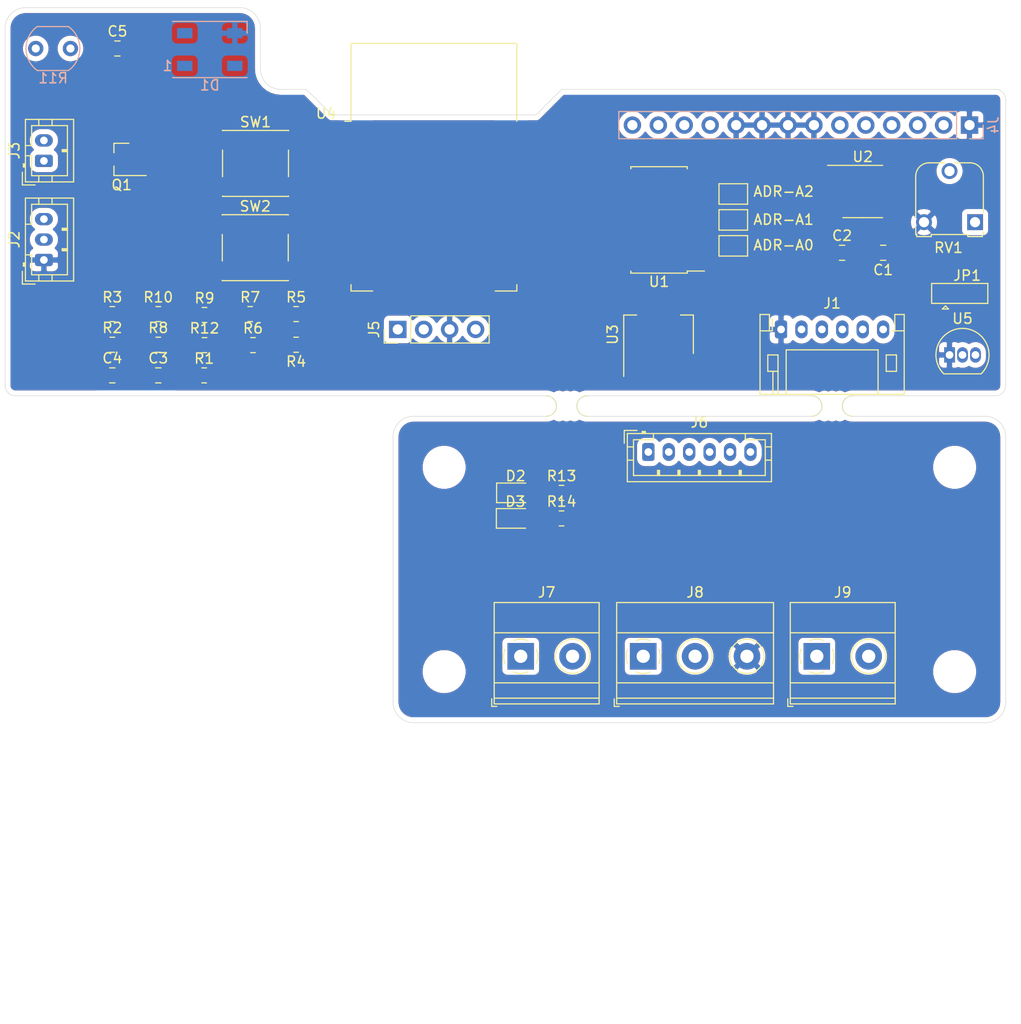
<source format=kicad_pcb>
(kicad_pcb (version 20171130) (host pcbnew "(5.1.9)-1")
  (layers (0 F.Cu signal) (31 B.Cu signal) (34 B.Paste user) (35 F.Paste user) (36 B.SilkS user) (37 F.SilkS user) (38 B.Mask user) (39 F.Mask user) (44 Edge.Cuts user))
  (net 0 "")
  (net 1 "Net-(C1-Pad2)")
  (net 2 "Net-(C2-Pad2)")
  (net 3 GND)
  (net 4 +5V)
  (net 5 +3V3)
  (net 6 SDA)
  (net 7 SCL)
  (net 8 "Net-(C2-Pad1)")
  (net 9 LCD_CONTRAST)
  (net 10 LCD_RS)
  (net 11 LCD_RW)
  (net 12 LCD_E)
  (net 13 LCD_DB4)
  (net 14 LCD_DB5)
  (net 15 LCD_DB6)
  (net 16 LCD_DB7)
  (net 17 LCD_LED)
  (net 18 PCF_A2)
  (net 19 PCF_A1)
  (net 20 PCF_A0)
  (net 21 TOUCH_IO)
  (net 22 ONEWIRE_BUS)
  (net 23 "Net-(J3-Pad2)")
  (net 24 WS2812B)
  (net 25 "Net-(D2-Pad2)")
  (net 26 "Net-(D3-Pad2)")
  (net 27 WATER_LEVEL)
  (net 28 ONEWIRE_PWR)
  (net 29 ESP_RX)
  (net 30 ESP_TX)
  (net 31 "Net-(J6-Pad6)")
  (net 32 "Net-(J6-Pad5)")
  (net 33 "Net-(J6-Pad4)")
  (net 34 "Net-(J6-Pad3)")
  (net 35 "Net-(J6-Pad2)")
  (net 36 "Net-(J6-Pad1)")
  (net 37 "Net-(R5-Pad1)")
  (net 38 "Net-(R6-Pad1)")
  (net 39 "Net-(R7-Pad1)")
  (net 40 "Net-(R8-Pad2)")
  (net 41 "Net-(R10-Pad1)")
  (net 42 LDR)
  (module Connector_JST:JST_PH_B6B-PH-K_1x06_P2.00mm_Vertical (layer F.Cu) (at 177.76 121)
    (fp_text reference J6 (at 5 -2.9) (layer F.SilkS))
    (fp_text value Conn_01x06_Male)
    (pad 6 thru_hole oval (at 10 0) (size 1.2 1.75) (drill 0.75) (layers *.Cu *.Mask) (net 31 "Net-(J6-Pad6)"))
    (pad 5 thru_hole oval (at 8 0) (size 1.2 1.75) (drill 0.75) (layers *.Cu *.Mask) (net 32 "Net-(J6-Pad5)"))
    (pad 4 thru_hole oval (at 6 0) (size 1.2 1.75) (drill 0.75) (layers *.Cu *.Mask) (net 33 "Net-(J6-Pad4)"))
    (pad 3 thru_hole oval (at 4 0) (size 1.2 1.75) (drill 0.75) (layers *.Cu *.Mask) (net 34 "Net-(J6-Pad3)"))
    (pad 2 thru_hole oval (at 2 0) (size 1.2 1.75) (drill 0.75) (layers *.Cu *.Mask) (net 35 "Net-(J6-Pad2)"))
    (pad 1 thru_hole roundrect (at 0 0) (size 1.2 1.75) (drill 0.75) (layers *.Cu *.Mask) (roundrect_rratio 0.208333) (net 36 "Net-(J6-Pad1)"))
  )
  (module TerminalBlock_Phoenix:TerminalBlock_Phoenix_MKDS-1,5-2-5.08_1x02_P5.08mm_Horizontal (layer F.Cu) (at 165.26 141)
    (fp_text reference J7 (at 2.54 -6.26) (layer F.SilkS))
    (fp_text value Conn_01x02_Female)
    (pad 2 thru_hole circle (at 5.08 0) (size 2.6 2.6) (drill 1.3) (layers *.Cu *.Mask) (net 35 "Net-(J6-Pad2)"))
    (pad 1 thru_hole rect (at 0 0) (size 2.6 2.6) (drill 1.3) (layers *.Cu *.Mask) (net 36 "Net-(J6-Pad1)"))
  )
  (module Button_Switch_SMD:SW_Push_1P1T_NO_6x6mm_H9.5mm (layer F.Cu) (at 139.26 101)
    (fp_text reference SW2 (at 0 -4.05) (layer F.SilkS))
    (fp_text value FLASH)
    (pad 2 smd rect (at 3.975 2.25) (size 1.55 1.3) (layers F.Cu F.Paste F.Mask) (net 39 "Net-(R7-Pad1)"))
    (pad 1 smd rect (at 3.975 -2.25) (size 1.55 1.3) (layers F.Cu F.Paste F.Mask) (net 3 GND))
    (pad 1 smd rect (at -3.975 -2.25) (size 1.55 1.3) (layers F.Cu F.Paste F.Mask) (net 3 GND))
    (pad 2 smd rect (at -3.975 2.25) (size 1.55 1.3) (layers F.Cu F.Paste F.Mask) (net 39 "Net-(R7-Pad1)"))
  )
  (module Button_Switch_SMD:SW_Push_1P1T_NO_6x6mm_H9.5mm (layer F.Cu) (at 139.285 92.75)
    (fp_text reference SW1 (at 0 -4.05) (layer F.SilkS))
    (fp_text value RESET)
    (pad 2 smd rect (at 3.975 2.25) (size 1.55 1.3) (layers F.Cu F.Paste F.Mask) (net 37 "Net-(R5-Pad1)"))
    (pad 1 smd rect (at 3.975 -2.25) (size 1.55 1.3) (layers F.Cu F.Paste F.Mask) (net 3 GND))
    (pad 1 smd rect (at -3.975 -2.25) (size 1.55 1.3) (layers F.Cu F.Paste F.Mask) (net 3 GND))
    (pad 2 smd rect (at -3.975 2.25) (size 1.55 1.3) (layers F.Cu F.Paste F.Mask) (net 37 "Net-(R5-Pad1)"))
  )
  (module Resistor_SMD:R_0805_2012Metric_Pad1.20x1.40mm_HandSolder (layer F.Cu) (at 169.26 127.5)
    (fp_text reference R14 (at 0 -1.65) (layer F.SilkS))
    (fp_text value R)
    (pad 2 smd roundrect (at 1 0) (size 1.2 1.4) (layers F.Cu F.Paste F.Mask) (roundrect_rratio 0.208333) (net 26 "Net-(D3-Pad2)"))
    (pad 1 smd roundrect (at -1 0) (size 1.2 1.4) (layers F.Cu F.Paste F.Mask) (roundrect_rratio 0.208333) (net 34 "Net-(J6-Pad3)"))
  )
  (module Resistor_SMD:R_0805_2012Metric_Pad1.20x1.40mm_HandSolder (layer F.Cu) (at 169.26 125)
    (fp_text reference R13 (at 0 -1.65) (layer F.SilkS))
    (fp_text value R)
    (pad 2 smd roundrect (at 1 0) (size 1.2 1.4) (layers F.Cu F.Paste F.Mask) (roundrect_rratio 0.208333) (net 25 "Net-(D2-Pad2)"))
    (pad 1 smd roundrect (at -1 0) (size 1.2 1.4) (layers F.Cu F.Paste F.Mask) (roundrect_rratio 0.208333) (net 35 "Net-(J6-Pad2)"))
  )
  (module Resistor_SMD:R_0805_2012Metric_Pad1.20x1.40mm_HandSolder (layer F.Cu) (at 134.29 110.54)
    (fp_text reference R12 (at 0 -1.65) (layer F.SilkS))
    (fp_text value R)
    (pad 2 smd roundrect (at 1 0) (size 1.2 1.4) (layers F.Cu F.Paste F.Mask) (roundrect_rratio 0.208333) (net 3 GND))
    (pad 1 smd roundrect (at -1 0) (size 1.2 1.4) (layers F.Cu F.Paste F.Mask) (roundrect_rratio 0.208333) (net 42 LDR))
  )
  (module OptoDevice:R_LDR_5.1x4.3mm_P3.4mm_Vertical (layer B.Cu) (at 117.76 81.5)
    (fp_text reference R11 (at 1.7 2.9) (layer B.SilkS) (effects (justify mirror)))
    (fp_text value R_PHOTO)
    (pad 2 thru_hole circle (at 3.4 0) (size 1.5 1.5) (drill 0.8) (layers *.Cu *.Mask) (net 42 LDR))
    (pad 1 thru_hole circle (at 0 0) (size 1.5 1.5) (drill 0.8) (layers *.Cu *.Mask) (net 5 +3V3))
  )
  (module Resistor_SMD:R_0805_2012Metric_Pad1.20x1.40mm_HandSolder (layer F.Cu) (at 129.76 107.5)
    (fp_text reference R10 (at 0 -1.65) (layer F.SilkS))
    (fp_text value 10k)
    (pad 2 smd roundrect (at 1 0) (size 1.2 1.4) (layers F.Cu F.Paste F.Mask) (roundrect_rratio 0.208333) (net 5 +3V3))
    (pad 1 smd roundrect (at -1 0) (size 1.2 1.4) (layers F.Cu F.Paste F.Mask) (roundrect_rratio 0.208333) (net 41 "Net-(R10-Pad1)"))
  )
  (module Resistor_SMD:R_0805_2012Metric_Pad1.20x1.40mm_HandSolder (layer F.Cu) (at 134.29 107.59)
    (fp_text reference R9 (at 0 -1.65) (layer F.SilkS))
    (fp_text value 4,7k)
    (pad 2 smd roundrect (at 1 0) (size 1.2 1.4) (layers F.Cu F.Paste F.Mask) (roundrect_rratio 0.208333) (net 3 GND))
    (pad 1 smd roundrect (at -1 0) (size 1.2 1.4) (layers F.Cu F.Paste F.Mask) (roundrect_rratio 0.208333) (net 27 WATER_LEVEL))
  )
  (module Resistor_SMD:R_0805_2012Metric_Pad1.20x1.40mm_HandSolder (layer F.Cu) (at 129.76 110.5)
    (fp_text reference R8 (at 0 -1.65) (layer F.SilkS))
    (fp_text value 10k)
    (pad 2 smd roundrect (at 1 0) (size 1.2 1.4) (layers F.Cu F.Paste F.Mask) (roundrect_rratio 0.208333) (net 40 "Net-(R8-Pad2)"))
    (pad 1 smd roundrect (at -1 0) (size 1.2 1.4) (layers F.Cu F.Paste F.Mask) (roundrect_rratio 0.208333) (net 3 GND))
  )
  (module Resistor_SMD:R_0805_2012Metric_Pad1.20x1.40mm_HandSolder (layer F.Cu) (at 138.76 107.5)
    (fp_text reference R7 (at 0 -1.65) (layer F.SilkS))
    (fp_text value 10k)
    (pad 2 smd roundrect (at 1 0) (size 1.2 1.4) (layers F.Cu F.Paste F.Mask) (roundrect_rratio 0.208333) (net 5 +3V3))
    (pad 1 smd roundrect (at -1 0) (size 1.2 1.4) (layers F.Cu F.Paste F.Mask) (roundrect_rratio 0.208333) (net 39 "Net-(R7-Pad1)"))
  )
  (module Resistor_SMD:R_0805_2012Metric_Pad1.20x1.40mm_HandSolder (layer F.Cu) (at 139.04 110.54)
    (fp_text reference R6 (at 0 -1.65) (layer F.SilkS))
    (fp_text value 10k)
    (pad 2 smd roundrect (at 1 0) (size 1.2 1.4) (layers F.Cu F.Paste F.Mask) (roundrect_rratio 0.208333) (net 5 +3V3))
    (pad 1 smd roundrect (at -1 0) (size 1.2 1.4) (layers F.Cu F.Paste F.Mask) (roundrect_rratio 0.208333) (net 38 "Net-(R6-Pad1)"))
  )
  (module Resistor_SMD:R_0805_2012Metric_Pad1.20x1.40mm_HandSolder (layer F.Cu) (at 143.26 107.5)
    (fp_text reference R5 (at 0 -1.65) (layer F.SilkS))
    (fp_text value 10k)
    (pad 2 smd roundrect (at 1 0) (size 1.2 1.4) (layers F.Cu F.Paste F.Mask) (roundrect_rratio 0.208333) (net 5 +3V3))
    (pad 1 smd roundrect (at -1 0) (size 1.2 1.4) (layers F.Cu F.Paste F.Mask) (roundrect_rratio 0.208333) (net 37 "Net-(R5-Pad1)"))
  )
  (module Resistor_SMD:R_0805_2012Metric_Pad1.20x1.40mm_HandSolder (layer F.Cu) (at 125.26 107.5)
    (fp_text reference R3 (at 0 -1.65) (layer F.SilkS))
    (fp_text value 4,7k)
    (pad 2 smd roundrect (at 1 0) (size 1.2 1.4) (layers F.Cu F.Paste F.Mask) (roundrect_rratio 0.208333) (net 17 LCD_LED))
    (pad 1 smd roundrect (at -1 0) (size 1.2 1.4) (layers F.Cu F.Paste F.Mask) (roundrect_rratio 0.208333) (net 4 +5V))
  )
  (module Resistor_SMD:R_0805_2012Metric_Pad1.20x1.40mm_HandSolder (layer F.Cu) (at 134.26 113.5)
    (fp_text reference R1 (at 0 -1.65) (layer F.SilkS))
    (fp_text value 4,7k)
    (pad 2 smd roundrect (at 1 0) (size 1.2 1.4) (layers F.Cu F.Paste F.Mask) (roundrect_rratio 0.208333) (net 6 SDA))
    (pad 1 smd roundrect (at -1 0) (size 1.2 1.4) (layers F.Cu F.Paste F.Mask) (roundrect_rratio 0.208333) (net 5 +3V3))
  )
  (module Jumper:SolderJumper-3_P2.0mm_Open_TrianglePad1.0x1.5mm (layer F.Cu) (at 208.26 105.5)
    (fp_text reference JP1 (at 0.725 -1.775) (layer F.SilkS))
    (fp_text value SolderJumper_3_Open)
    (pad 3 smd custom (at 2 0 180) (size 0.3 0.3) (layers F.Cu F.Mask) (net 5 +3V3) (options (clearance outline) (anchor rect)) (primitives (gr_poly (pts (xy -0.5 -0.75) (xy 0.5 -0.75) (xy 1 0) (xy 0.5 0.75) (xy -0.5 0.75)) (width 0))))
    (pad 2 smd custom (at 0 0) (size 0.3 0.3) (layers F.Cu) (net 28 ONEWIRE_PWR) (options (clearance outline) (anchor rect)) (primitives (gr_poly (pts (xy -1.2 -0.75) (xy 1.2 -0.75) (xy 0.7 0) (xy 1.2 0.75) (xy -1.2 0.75) (xy -0.7 0)) (width 0))))
    (pad 1 smd custom (at -2 0) (size 0.3 0.3) (layers F.Cu F.Mask) (net 4 +5V) (options (clearance outline) (anchor rect)) (primitives (gr_poly (pts (xy -0.5 -0.75) (xy 0.5 -0.75) (xy 1 0) (xy 0.5 0.75) (xy -0.5 0.75)) (width 0))))
  )
  (module TerminalBlock_Phoenix:TerminalBlock_Phoenix_MKDS-1,5-2-5.08_1x02_P5.08mm_Horizontal (layer F.Cu) (at 194.26 141)
    (fp_text reference J9 (at 2.54 -6.26) (layer F.SilkS))
    (fp_text value Conn_01x02_Female)
    (pad 2 thru_hole circle (at 5.08 0) (size 2.6 2.6) (drill 1.3) (layers *.Cu *.Mask) (net 31 "Net-(J6-Pad6)"))
    (pad 1 thru_hole rect (at 0 0) (size 2.6 2.6) (drill 1.3) (layers *.Cu *.Mask) (net 34 "Net-(J6-Pad3)"))
  )
  (module TerminalBlock_Phoenix:TerminalBlock_Phoenix_MKDS-1,5-3-5.08_1x03_P5.08mm_Horizontal (layer F.Cu) (at 177.26 141)
    (fp_text reference J8 (at 5.08 -6.26) (layer F.SilkS))
    (fp_text value Conn_01x03_Female)
    (pad 3 thru_hole circle (at 10.16 0) (size 2.6 2.6) (drill 1.3) (layers *.Cu *.Mask) (net 3 GND))
    (pad 2 thru_hole circle (at 5.08 0) (size 2.6 2.6) (drill 1.3) (layers *.Cu *.Mask) (net 32 "Net-(J6-Pad5)"))
    (pad 1 thru_hole rect (at 0 0) (size 2.6 2.6) (drill 1.3) (layers *.Cu *.Mask) (net 33 "Net-(J6-Pad4)"))
  )
  (module Connector_PinHeader_2.54mm:PinHeader_1x04_P2.54mm_Vertical (layer F.Cu) (at 153.22 109 90)
    (fp_text reference J5 (at 0 -2.33 90) (layer F.SilkS))
    (fp_text value Conn_01x04_Male)
    (pad 4 thru_hole oval (at 0 7.62 90) (size 1.7 1.7) (drill 1) (layers *.Cu *.Mask) (net 5 +3V3))
    (pad 3 thru_hole oval (at 0 5.08 90) (size 1.7 1.7) (drill 1) (layers *.Cu *.Mask) (net 3 GND))
    (pad 2 thru_hole oval (at 0 2.54 90) (size 1.7 1.7) (drill 1) (layers *.Cu *.Mask) (net 29 ESP_RX))
    (pad 1 thru_hole rect (at 0 0 90) (size 1.7 1.7) (drill 1) (layers *.Cu *.Mask) (net 30 ESP_TX))
  )
  (module LED_SMD:LED_0805_2012Metric_Pad1.15x1.40mm_HandSolder (layer F.Cu) (at 164.735 127.5)
    (fp_text reference D3 (at 0 -1.65) (layer F.SilkS))
    (fp_text value LED)
    (pad 2 smd roundrect (at 1.025 0) (size 1.15 1.4) (layers F.Cu F.Paste F.Mask) (roundrect_rratio 0.217391) (net 26 "Net-(D3-Pad2)"))
    (pad 1 smd roundrect (at -1.025 0) (size 1.15 1.4) (layers F.Cu F.Paste F.Mask) (roundrect_rratio 0.217391) (net 3 GND))
  )
  (module LED_SMD:LED_0805_2012Metric_Pad1.15x1.40mm_HandSolder (layer F.Cu) (at 164.76 125)
    (fp_text reference D2 (at 0 -1.65) (layer F.SilkS))
    (fp_text value LED)
    (pad 2 smd roundrect (at 1.025 0) (size 1.15 1.4) (layers F.Cu F.Paste F.Mask) (roundrect_rratio 0.217391) (net 25 "Net-(D2-Pad2)"))
    (pad 1 smd roundrect (at -1.025 0) (size 1.15 1.4) (layers F.Cu F.Paste F.Mask) (roundrect_rratio 0.217391) (net 3 GND))
  )
  (module LED_SMD:LED_WS2812B_PLCC4_5.0x5.0mm_P3.2mm (layer B.Cu) (at 134.81 81.6)
    (fp_text reference D1 (at 0 3.5) (layer B.SilkS) (effects (justify mirror)))
    (fp_text value WS2812B)
    (fp_text user 1 (at -4.15 1.6) (layer B.SilkS) (effects (justify mirror)))
    (pad 1 smd rect (at -2.45 1.6) (size 1.5 1) (layers B.Cu B.Paste B.Mask) (net 4 +5V))
    (pad 2 smd rect (at -2.45 -1.6) (size 1.5 1) (layers B.Cu B.Paste B.Mask))
    (pad 4 smd rect (at 2.45 1.6) (size 1.5 1) (layers B.Cu B.Paste B.Mask) (net 24 WS2812B))
    (pad 3 smd rect (at 2.45 -1.6) (size 1.5 1) (layers B.Cu B.Paste B.Mask) (net 3 GND))
  )
  (module Capacitor_SMD:C_0805_2012Metric_Pad1.18x1.45mm_HandSolder (layer F.Cu) (at 125.76 81.5)
    (fp_text reference C5 (at 0 -1.68) (layer F.SilkS))
    (fp_text value 100nF)
    (pad 2 smd roundrect (at 1.0375 0) (size 1.175 1.45) (layers F.Cu F.Paste F.Mask) (roundrect_rratio 0.212766) (net 3 GND))
    (pad 1 smd roundrect (at -1.0375 0) (size 1.175 1.45) (layers F.Cu F.Paste F.Mask) (roundrect_rratio 0.212766) (net 4 +5V))
  )
  (module Capacitor_SMD:C_0805_2012Metric_Pad1.18x1.45mm_HandSolder (layer F.Cu) (at 125.26 113.5)
    (fp_text reference C4 (at 0 -1.68) (layer F.SilkS))
    (fp_text value "10uF 50V")
    (pad 2 smd roundrect (at 1.0375 0) (size 1.175 1.45) (layers F.Cu F.Paste F.Mask) (roundrect_rratio 0.212766) (net 3 GND))
    (pad 1 smd roundrect (at -1.0375 0) (size 1.175 1.45) (layers F.Cu F.Paste F.Mask) (roundrect_rratio 0.212766) (net 5 +3V3))
  )
  (module Capacitor_SMD:C_0805_2012Metric_Pad1.18x1.45mm_HandSolder (layer F.Cu) (at 129.76 113.5)
    (fp_text reference C3 (at 0 -1.68) (layer F.SilkS))
    (fp_text value "10uF 50V")
    (pad 2 smd roundrect (at 1.0375 0) (size 1.175 1.45) (layers F.Cu F.Paste F.Mask) (roundrect_rratio 0.212766) (net 3 GND))
    (pad 1 smd roundrect (at -1.0375 0) (size 1.175 1.45) (layers F.Cu F.Paste F.Mask) (roundrect_rratio 0.212766) (net 4 +5V))
  )
  (module Capacitor_SMD:C_0805_2012Metric_Pad1.18x1.45mm_HandSolder (layer F.Cu) (at 196.735 101.5)
    (fp_text reference C2 (at 0 -1.68) (layer F.SilkS))
    (fp_text value "10uF 50V")
    (pad 2 smd roundrect (at 1.0375 0) (size 1.175 1.45) (layers F.Cu F.Paste F.Mask) (roundrect_rratio 0.212766) (net 2 "Net-(C2-Pad2)"))
    (pad 1 smd roundrect (at -1.0375 0) (size 1.175 1.45) (layers F.Cu F.Paste F.Mask) (roundrect_rratio 0.212766) (net 8 "Net-(C2-Pad1)"))
  )
  (module Capacitor_SMD:C_0805_2012Metric_Pad1.18x1.45mm_HandSolder (layer F.Cu) (at 200.76 101.5 180)
    (fp_text reference C1 (at 0 -1.68) (layer F.SilkS))
    (fp_text value "10uF 50V")
    (pad 2 smd roundrect (at 1.0375 0 180) (size 1.175 1.45) (layers F.Cu F.Paste F.Mask) (roundrect_rratio 0.212766) (net 1 "Net-(C1-Pad2)"))
    (pad 1 smd roundrect (at -1.0375 0 180) (size 1.175 1.45) (layers F.Cu F.Paste F.Mask) (roundrect_rratio 0.212766) (net 3 GND))
  )
  (module MountingHole:MountingHole_3.2mm_M3 (layer F.Cu) (at 157.76 122.5)
    (fp_text reference REF** hide)
    (fp_text value MountingHole_3.2mm_M3)
    (pad 1 np_thru_hole circle (at 0 0) (size 3.2 3.2) (drill 3.2) (layers *.Cu *.Mask))
  )
  (module MountingHole:MountingHole_3.2mm_M3 (layer F.Cu) (at 157.76 142.5)
    (fp_text reference REF** hide)
    (fp_text value MountingHole_3.2mm_M3)
    (pad 1 np_thru_hole circle (at 0 0) (size 3.2 3.2) (drill 3.2) (layers *.Cu *.Mask))
  )
  (module MountingHole:MountingHole_3.2mm_M3 (layer F.Cu) (at 207.76 142.5)
    (fp_text reference REF** hide)
    (fp_text value MountingHole_3.2mm_M3)
    (pad 1 np_thru_hole circle (at 0 0) (size 3.2 3.2) (drill 3.2) (layers *.Cu *.Mask))
  )
  (module MountingHole:MountingHole_3.2mm_M3 (layer F.Cu) (at 207.76 122.5)
    (fp_text reference REF** hide)
    (fp_text value MountingHole_3.2mm_M3)
    (pad 1 np_thru_hole circle (at 0 0) (size 3.2 3.2) (drill 3.2) (layers *.Cu *.Mask))
  )
  (module foorschtbar:mouse-bite-2mm-slot (layer F.Cu) (at 195.76 116.5)
    (fp_text reference mouse-bite-2mm-slot hide)
    (fp_text value VAL** hide)
    (pad "" np_thru_hole circle (at 0.75 0.75) (size 0.5 0.5) (drill 0.5) (layers *.Cu *.Mask))
    (pad "" np_thru_hole circle (at -0.75 0.75) (size 0.5 0.5) (drill 0.5) (layers *.Cu *.Mask))
    (pad "" np_thru_hole circle (at -0.75 -0.75) (size 0.5 0.5) (drill 0.5) (layers *.Cu *.Mask))
    (pad "" np_thru_hole circle (at 0.75 -0.75) (size 0.5 0.5) (drill 0.5) (layers *.Cu *.Mask))
    (pad "" np_thru_hole circle (at 0 0.75) (size 0.5 0.5) (drill 0.5) (layers *.Cu *.Mask))
    (pad "" np_thru_hole circle (at 0 -0.75) (size 0.5 0.5) (drill 0.5) (layers *.Cu *.Mask))
  )
  (module foorschtbar:mouse-bite-2mm-slot (layer F.Cu) (at 169.76 116.5)
    (fp_text reference mouse-bite-2mm-slot hide)
    (fp_text value VAL** hide)
    (pad "" np_thru_hole circle (at 0 -0.75) (size 0.5 0.5) (drill 0.5) (layers *.Cu *.Mask))
    (pad "" np_thru_hole circle (at 0 0.75) (size 0.5 0.5) (drill 0.5) (layers *.Cu *.Mask))
    (pad "" np_thru_hole circle (at 0.75 -0.75) (size 0.5 0.5) (drill 0.5) (layers *.Cu *.Mask))
    (pad "" np_thru_hole circle (at -0.75 -0.75) (size 0.5 0.5) (drill 0.5) (layers *.Cu *.Mask))
    (pad "" np_thru_hole circle (at -0.75 0.75) (size 0.5 0.5) (drill 0.5) (layers *.Cu *.Mask))
    (pad "" np_thru_hole circle (at 0.75 0.75) (size 0.5 0.5) (drill 0.5) (layers *.Cu *.Mask))
  )
  (module Connector_JST:JST_PH_B2B-PH-K_1x02_P2.00mm_Vertical (layer F.Cu) (at 118.56 92.5 90)
    (fp_text reference J3 (at 1 -2.9 90) (layer F.SilkS))
    (fp_text value Conn_01x02_Female)
    (pad 2 thru_hole oval (at 2 0 90) (size 1.2 1.75) (drill 0.75) (layers *.Cu *.Mask) (net 23 "Net-(J3-Pad2)"))
    (pad 1 thru_hole roundrect (at 0 0 90) (size 1.2 1.75) (drill 0.75) (layers *.Cu *.Mask) (roundrect_rratio 0.2083325) (net 4 +5V))
  )
  (module Connector_JST:JST_PH_S6B-PH-K_1x06_P2.00mm_Horizontal (layer F.Cu) (at 190.76 109)
    (fp_text reference J1 (at 5 -2.55) (layer F.SilkS))
    (fp_text value Conn_01x06_Male)
    (pad 6 thru_hole oval (at 10 0) (size 1.2 1.75) (drill 0.75) (layers *.Cu *.Mask) (net 27 WATER_LEVEL))
    (pad 5 thru_hole oval (at 8 0) (size 1.2 1.75) (drill 0.75) (layers *.Cu *.Mask) (net 22 ONEWIRE_BUS))
    (pad 4 thru_hole oval (at 6 0) (size 1.2 1.75) (drill 0.75) (layers *.Cu *.Mask) (net 28 ONEWIRE_PWR))
    (pad 3 thru_hole oval (at 4 0) (size 1.2 1.75) (drill 0.75) (layers *.Cu *.Mask) (net 5 +3V3))
    (pad 2 thru_hole oval (at 2 0) (size 1.2 1.75) (drill 0.75) (layers *.Cu *.Mask) (net 4 +5V))
    (pad 1 thru_hole roundrect (at 0 0) (size 1.2 1.75) (drill 0.75) (layers *.Cu *.Mask) (roundrect_rratio 0.2083325) (net 3 GND))
  )
  (module Resistor_SMD:R_0805_2012Metric_Pad1.20x1.40mm_HandSolder (layer F.Cu) (at 143.26 110.5 180)
    (fp_text reference R4 (at 0 -1.65) (layer F.SilkS))
    (fp_text value 4,7k)
    (pad 2 smd roundrect (at 1 0 180) (size 1.2 1.4) (layers F.Cu F.Paste F.Mask) (roundrect_rratio 0.2083325) (net 22 ONEWIRE_BUS))
    (pad 1 smd roundrect (at -1 0 180) (size 1.2 1.4) (layers F.Cu F.Paste F.Mask) (roundrect_rratio 0.2083325) (net 5 +3V3))
  )
  (module Resistor_SMD:R_0805_2012Metric_Pad1.20x1.40mm_HandSolder (layer F.Cu) (at 125.26 110.5)
    (fp_text reference R2 (at 0 -1.65 180) (layer F.SilkS))
    (fp_text value 4,7k)
    (pad 2 smd roundrect (at 1 0) (size 1.2 1.4) (layers F.Cu F.Paste F.Mask) (roundrect_rratio 0.2083325) (net 7 SCL))
    (pad 1 smd roundrect (at -1 0) (size 1.2 1.4) (layers F.Cu F.Paste F.Mask) (roundrect_rratio 0.2083325) (net 5 +3V3))
  )
  (module Package_TO_SOT_THT:TO-92_Inline (layer F.Cu) (at 207.26 111.5)
    (fp_text reference U5 (at 1.27 -3.56) (layer F.SilkS))
    (fp_text value DS18B20)
    (pad 1 thru_hole rect (at 0 0) (size 1.05 1.5) (drill 0.75) (layers *.Cu *.Mask) (net 3 GND))
    (pad 3 thru_hole oval (at 2.54 0) (size 1.05 1.5) (drill 0.75) (layers *.Cu *.Mask) (net 28 ONEWIRE_PWR))
    (pad 2 thru_hole oval (at 1.27 0) (size 1.05 1.5) (drill 0.75) (layers *.Cu *.Mask) (net 22 ONEWIRE_BUS))
  )
  (module Connector_JST:JST_PH_B3B-PH-K_1x03_P2.00mm_Vertical (layer F.Cu) (at 118.56 102.2 90)
    (fp_text reference J2 (at 2 -2.9 90) (layer F.SilkS))
    (fp_text value Conn_01x03_Male)
    (pad 3 thru_hole oval (at 4 0 90) (size 1.2 1.75) (drill 0.75) (layers *.Cu *.Mask) (net 21 TOUCH_IO))
    (pad 2 thru_hole oval (at 2 0 90) (size 1.2 1.75) (drill 0.75) (layers *.Cu *.Mask) (net 5 +3V3))
    (pad 1 thru_hole roundrect (at 0 0 90) (size 1.2 1.75) (drill 0.75) (layers *.Cu *.Mask) (roundrect_rratio 0.2083325) (net 3 GND))
  )
  (module Jumper:SolderJumper-2_P1.3mm_Open_TrianglePad1.0x1.5mm (layer F.Cu) (at 186.08 95.74)
    (fp_text reference ADR-A2 (at 4.93 -0.24) (layer F.SilkS))
    (fp_text value SolderJumper_2_Open)
    (pad 1 smd custom (at -0.725 0) (size 0.3 0.3) (layers F.Cu F.Mask) (net 18 PCF_A2) (options (clearance outline) (anchor rect)) (primitives (gr_poly (pts (xy -0.5 -0.75) (xy 0.5 -0.75) (xy 1 0) (xy 0.5 0.75) (xy -0.5 0.75)) (width 0))))
    (pad 2 smd custom (at 0.725 0) (size 0.3 0.3) (layers F.Cu F.Mask) (net 3 GND) (options (clearance outline) (anchor rect)) (primitives (gr_poly (pts (xy -0.65 -0.75) (xy 0.5 -0.75) (xy 0.5 0.75) (xy -0.65 0.75) (xy -0.15 0)) (width 0))))
  )
  (module Jumper:SolderJumper-2_P1.3mm_Open_TrianglePad1.0x1.5mm (layer F.Cu) (at 186.08 98.28)
    (fp_text reference ADR-A1 (at 4.93 -0.03) (layer F.SilkS))
    (fp_text value SolderJumper_2_Open)
    (pad 1 smd custom (at -0.725 0) (size 0.3 0.3) (layers F.Cu F.Mask) (net 19 PCF_A1) (options (clearance outline) (anchor rect)) (primitives (gr_poly (pts (xy -0.5 -0.75) (xy 0.5 -0.75) (xy 1 0) (xy 0.5 0.75) (xy -0.5 0.75)) (width 0))))
    (pad 2 smd custom (at 0.725 0) (size 0.3 0.3) (layers F.Cu F.Mask) (net 3 GND) (options (clearance outline) (anchor rect)) (primitives (gr_poly (pts (xy -0.65 -0.75) (xy 0.5 -0.75) (xy 0.5 0.75) (xy -0.65 0.75) (xy -0.15 0)) (width 0))))
  )
  (module Jumper:SolderJumper-2_P1.3mm_Open_TrianglePad1.0x1.5mm (layer F.Cu) (at 186.08 100.82)
    (fp_text reference ADR-A0 (at 4.93 -0.07) (layer F.SilkS))
    (fp_text value SolderJumper_2_Open)
    (pad 1 smd custom (at -0.725 0) (size 0.3 0.3) (layers F.Cu F.Mask) (net 20 PCF_A0) (options (clearance outline) (anchor rect)) (primitives (gr_poly (pts (xy -0.5 -0.75) (xy 0.5 -0.75) (xy 1 0) (xy 0.5 0.75) (xy -0.5 0.75)) (width 0))))
    (pad 2 smd custom (at 0.725 0) (size 0.3 0.3) (layers F.Cu F.Mask) (net 3 GND) (options (clearance outline) (anchor rect)) (primitives (gr_poly (pts (xy -0.65 -0.75) (xy 0.5 -0.75) (xy 0.5 0.75) (xy -0.65 0.75) (xy -0.15 0)) (width 0))))
  )
  (module Package_TO_SOT_SMD:SOT-23_Handsoldering (layer F.Cu) (at 126.18 92.358 180)
    (fp_text reference Q1 (at 0 -2.5) (layer F.SilkS))
    (fp_text value S8050)
    (pad 3 smd rect (at 1.5 0 180) (size 1.9 0.8) (layers F.Cu F.Paste F.Mask) (net 23 "Net-(J3-Pad2)"))
    (pad 2 smd rect (at -1.5 0.95 180) (size 1.9 0.8) (layers F.Cu F.Paste F.Mask) (net 17 LCD_LED))
    (pad 1 smd rect (at -1.5 -0.95 180) (size 1.9 0.8) (layers F.Cu F.Paste F.Mask) (net 3 GND))
  )
  (module Package_SO:SOP-8_3.9x4.9mm_P1.27mm (layer F.Cu) (at 198.76 95.5)
    (fp_text reference U2 (at 0 -3.4) (layer F.SilkS))
    (fp_text value ICL7660)
    (pad 8 smd roundrect (at 2.625 -1.905) (size 1.65 0.6) (layers F.Cu F.Paste F.Mask) (net 4 +5V))
    (pad 7 smd roundrect (at 2.625 -0.635) (size 1.65 0.6) (layers F.Cu F.Paste F.Mask))
    (pad 6 smd roundrect (at 2.625 0.635) (size 1.65 0.6) (layers F.Cu F.Paste F.Mask))
    (pad 5 smd roundrect (at 2.625 1.905) (size 1.65 0.6) (layers F.Cu F.Paste F.Mask) (net 1 "Net-(C1-Pad2)"))
    (pad 4 smd roundrect (at -2.625 1.905) (size 1.65 0.6) (layers F.Cu F.Paste F.Mask) (net 2 "Net-(C2-Pad2)"))
    (pad 3 smd roundrect (at -2.625 0.635) (size 1.65 0.6) (layers F.Cu F.Paste F.Mask) (net 3 GND))
    (pad 2 smd roundrect (at -2.625 -0.635) (size 1.65 0.6) (layers F.Cu F.Paste F.Mask) (net 8 "Net-(C2-Pad1)"))
    (pad 1 smd roundrect (at -2.625 -1.905) (size 1.65 0.6) (layers F.Cu F.Paste F.Mask))
  )
  (module Potentiometer_THT:Potentiometer_Runtron_RM-065_Vertical (layer F.Cu) (at 209.76 98.5 180)
    (fp_text reference RV1 (at 2.6 -2.5) (layer F.SilkS))
    (fp_text value R_POT_TRIM)
    (pad 2 thru_hole circle (at 2.5 5 180) (size 1.55 1.55) (drill 1) (layers *.Cu *.Mask) (net 9 LCD_CONTRAST))
    (pad 1 thru_hole rect (at 0 0 180) (size 1.55 1.55) (drill 1) (layers *.Cu *.Mask) (net 1 "Net-(C1-Pad2)"))
    (pad 3 thru_hole circle (at 5 0 180) (size 1.55 1.55) (drill 1) (layers *.Cu *.Mask) (net 3 GND))
  )
  (module Package_SO:SO-16_5.3x10.2mm_P1.27mm (layer F.Cu) (at 178.8075 98.28 180)
    (fp_text reference U1 (at 0 -6.05) (layer F.SilkS))
    (fp_text value PCF8574)
    (pad 16 smd roundrect (at 3.4625 -4.445 180) (size 1.975 0.6) (layers F.Cu F.Paste F.Mask) (net 5 +3V3))
    (pad 15 smd roundrect (at 3.4625 -3.175 180) (size 1.975 0.6) (layers F.Cu F.Paste F.Mask) (net 6 SDA))
    (pad 14 smd roundrect (at 3.4625 -1.905 180) (size 1.975 0.6) (layers F.Cu F.Paste F.Mask) (net 7 SCL))
    (pad 13 smd roundrect (at 3.4625 -0.635 180) (size 1.975 0.6) (layers F.Cu F.Paste F.Mask))
    (pad 12 smd roundrect (at 3.4625 0.635 180) (size 1.975 0.6) (layers F.Cu F.Paste F.Mask) (net 16 LCD_DB7))
    (pad 11 smd roundrect (at 3.4625 1.905 180) (size 1.975 0.6) (layers F.Cu F.Paste F.Mask) (net 15 LCD_DB6))
    (pad 10 smd roundrect (at 3.4625 3.175 180) (size 1.975 0.6) (layers F.Cu F.Paste F.Mask) (net 14 LCD_DB5))
    (pad 9 smd roundrect (at 3.4625 4.445 180) (size 1.975 0.6) (layers F.Cu F.Paste F.Mask) (net 13 LCD_DB4))
    (pad 8 smd roundrect (at -3.4625 4.445 180) (size 1.975 0.6) (layers F.Cu F.Paste F.Mask) (net 3 GND))
    (pad 7 smd roundrect (at -3.4625 3.175 180) (size 1.975 0.6) (layers F.Cu F.Paste F.Mask) (net 17 LCD_LED))
    (pad 6 smd roundrect (at -3.4625 1.905 180) (size 1.975 0.6) (layers F.Cu F.Paste F.Mask) (net 12 LCD_E))
    (pad 5 smd roundrect (at -3.4625 0.635 180) (size 1.975 0.6) (layers F.Cu F.Paste F.Mask) (net 11 LCD_RW))
    (pad 4 smd roundrect (at -3.4625 -0.635 180) (size 1.975 0.6) (layers F.Cu F.Paste F.Mask) (net 10 LCD_RS))
    (pad 3 smd roundrect (at -3.4625 -1.905 180) (size 1.975 0.6) (layers F.Cu F.Paste F.Mask) (net 18 PCF_A2))
    (pad 2 smd roundrect (at -3.4625 -3.175 180) (size 1.975 0.6) (layers F.Cu F.Paste F.Mask) (net 19 PCF_A1))
    (pad 1 smd roundrect (at -3.4625 -4.445 180) (size 1.975 0.6) (layers F.Cu F.Paste F.Mask) (net 20 PCF_A0))
  )
  (module Connector_PinHeader_2.54mm:PinHeader_1x14_P2.54mm_Vertical (layer B.Cu) (at 209.22 89 90)
    (fp_text reference J4 (at 0 2.33 90) (layer B.SilkS) (effects (justify mirror)))
    (fp_text value Conn_01x14_Female)
    (pad 14 thru_hole oval (at 0 -33.02 90) (size 1.7 1.7) (drill 1) (layers *.Cu *.Mask) (net 16 LCD_DB7))
    (pad 13 thru_hole oval (at 0 -30.48 90) (size 1.7 1.7) (drill 1) (layers *.Cu *.Mask) (net 15 LCD_DB6))
    (pad 12 thru_hole oval (at 0 -27.94 90) (size 1.7 1.7) (drill 1) (layers *.Cu *.Mask) (net 14 LCD_DB5))
    (pad 11 thru_hole oval (at 0 -25.4 90) (size 1.7 1.7) (drill 1) (layers *.Cu *.Mask) (net 13 LCD_DB4))
    (pad 10 thru_hole oval (at 0 -22.86 90) (size 1.7 1.7) (drill 1) (layers *.Cu *.Mask) (net 3 GND))
    (pad 9 thru_hole oval (at 0 -20.32 90) (size 1.7 1.7) (drill 1) (layers *.Cu *.Mask) (net 3 GND))
    (pad 8 thru_hole oval (at 0 -17.78 90) (size 1.7 1.7) (drill 1) (layers *.Cu *.Mask) (net 3 GND))
    (pad 7 thru_hole oval (at 0 -15.24 90) (size 1.7 1.7) (drill 1) (layers *.Cu *.Mask) (net 3 GND))
    (pad 6 thru_hole oval (at 0 -12.7 90) (size 1.7 1.7) (drill 1) (layers *.Cu *.Mask) (net 12 LCD_E))
    (pad 5 thru_hole oval (at 0 -10.16 90) (size 1.7 1.7) (drill 1) (layers *.Cu *.Mask) (net 11 LCD_RW))
    (pad 4 thru_hole oval (at 0 -7.62 90) (size 1.7 1.7) (drill 1) (layers *.Cu *.Mask) (net 10 LCD_RS))
    (pad 3 thru_hole oval (at 0 -5.08 90) (size 1.7 1.7) (drill 1) (layers *.Cu *.Mask) (net 9 LCD_CONTRAST))
    (pad 2 thru_hole oval (at 0 -2.54 90) (size 1.7 1.7) (drill 1) (layers *.Cu *.Mask) (net 4 +5V))
    (pad 1 thru_hole rect (at 0 0 90) (size 1.7 1.7) (drill 1) (layers *.Cu *.Mask) (net 3 GND))
  )
  (module Package_TO_SOT_SMD:SOT-223-3_TabPin2 (layer F.Cu) (at 178.76 109.5 90)
    (fp_text reference U3 (at 0 -4.5 90) (layer F.SilkS))
    (fp_text value NCP1117-3.3_SOT223)
    (pad 1 smd rect (at -3.15 -2.3 90) (size 2 1.5) (layers F.Cu F.Paste F.Mask) (net 3 GND))
    (pad 3 smd rect (at -3.15 2.3 90) (size 2 1.5) (layers F.Cu F.Paste F.Mask) (net 4 +5V))
    (pad 2 smd rect (at -3.15 0 90) (size 2 1.5) (layers F.Cu F.Paste F.Mask) (net 5 +3V3))
    (pad 2 smd rect (at 3.15 0 90) (size 2 3.8) (layers F.Cu F.Paste F.Mask) (net 5 +3V3))
  )
  (module RF_Module:ESP-12E (layer F.Cu) (at 156.76 93.12)
    (fp_text reference U4 (at -10.56 -5.26) (layer F.SilkS))
    (fp_text value ESP-12E)
    (pad 22 smd rect (at 7.6 -3.5) (size 2.5 1) (layers F.Cu F.Paste F.Mask) (net 30 ESP_TX))
    (pad 21 smd rect (at 7.6 -1.5) (size 2.5 1) (layers F.Cu F.Paste F.Mask) (net 29 ESP_RX))
    (pad 20 smd rect (at 7.6 0.5) (size 2.5 1) (layers F.Cu F.Paste F.Mask) (net 7 SCL))
    (pad 19 smd rect (at 7.6 2.5) (size 2.5 1) (layers F.Cu F.Paste F.Mask) (net 6 SDA))
    (pad 18 smd rect (at 7.6 4.5) (size 2.5 1) (layers F.Cu F.Paste F.Mask) (net 39 "Net-(R7-Pad1)"))
    (pad 17 smd rect (at 7.6 6.5) (size 2.5 1) (layers F.Cu F.Paste F.Mask) (net 41 "Net-(R10-Pad1)"))
    (pad 16 smd rect (at 7.6 8.5) (size 2.5 1) (layers F.Cu F.Paste F.Mask) (net 40 "Net-(R8-Pad2)"))
    (pad 15 smd rect (at 7.6 10.5) (size 2.5 1) (layers F.Cu F.Paste F.Mask) (net 3 GND))
    (pad 14 smd rect (at 5 12) (size 1 1.8) (layers F.Cu F.Paste F.Mask))
    (pad 13 smd rect (at 3 12) (size 1 1.8) (layers F.Cu F.Paste F.Mask))
    (pad 12 smd rect (at 1 12) (size 1 1.8) (layers F.Cu F.Paste F.Mask))
    (pad 11 smd rect (at -1 12) (size 1 1.8) (layers F.Cu F.Paste F.Mask))
    (pad 10 smd rect (at -3 12) (size 1 1.8) (layers F.Cu F.Paste F.Mask))
    (pad 9 smd rect (at -5 12) (size 1 1.8) (layers F.Cu F.Paste F.Mask))
    (pad 8 smd rect (at -7.6 10.5) (size 2.5 1) (layers F.Cu F.Paste F.Mask) (net 5 +3V3))
    (pad 7 smd rect (at -7.6 8.5) (size 2.5 1) (layers F.Cu F.Paste F.Mask) (net 24 WS2812B))
    (pad 6 smd rect (at -7.6 6.5) (size 2.5 1) (layers F.Cu F.Paste F.Mask) (net 22 ONEWIRE_BUS))
    (pad 5 smd rect (at -7.6 4.5) (size 2.5 1) (layers F.Cu F.Paste F.Mask) (net 27 WATER_LEVEL))
    (pad 4 smd rect (at -7.6 2.5) (size 2.5 1) (layers F.Cu F.Paste F.Mask) (net 21 TOUCH_IO))
    (pad 3 smd rect (at -7.6 0.5) (size 2.5 1) (layers F.Cu F.Paste F.Mask) (net 38 "Net-(R6-Pad1)"))
    (pad 2 smd rect (at -7.6 -1.5) (size 2.5 1) (layers F.Cu F.Paste F.Mask) (net 42 LDR))
    (pad 1 smd rect (at -7.6 -3.5) (size 2.5 1) (layers F.Cu F.Paste F.Mask) (net 37 "Net-(R5-Pad1)"))
  )
  (gr_line (start 141.76 85.5) (end 144.26 85.5) (layer Edge.Cuts) (width 0.05))
  (gr_arc (start 141.76 83.5) (end 139.76 83.5) (angle -90) (layer Edge.Cuts) (width 0.05))
  (gr_line (start 139.76 83.5) (end 139.76 79.5) (layer Edge.Cuts) (width 0.05))
  (gr_arc (start 137.76 79.5) (end 139.76 79.5) (angle -90) (layer Edge.Cuts) (width 0.05))
  (gr_arc (start 116.76 79.5) (end 116.76 77.5) (angle -90) (layer Edge.Cuts) (width 0.05))
  (gr_line (start 116.76 77.5) (end 137.76 77.5) (layer Edge.Cuts) (width 0.05))
  (gr_line (start 171.76 117.5) (end 193.76 117.5) (layer Edge.Cuts) (width 0.05))
  (gr_line (start 193.76 115.5) (end 171.76 115.5) (layer Edge.Cuts) (width 0.05))
  (gr_line (start 197.76 117.5) (end 210.76 117.5) (layer Edge.Cuts) (width 0.05))
  (gr_line (start 211.76 115.5) (end 197.76 115.5) (layer Edge.Cuts) (width 0.05))
  (gr_arc (start 197.76 116.5) (end 197.76 115.5) (angle -180) (layer Edge.Cuts) (width 0.05))
  (gr_arc (start 193.76 116.5) (end 193.76 117.5) (angle -180) (layer Edge.Cuts) (width 0.05))
  (gr_arc (start 171.76 116.5) (end 171.76 115.5) (angle -180) (layer Edge.Cuts) (width 0.05))
  (gr_arc (start 167.76 116.5) (end 167.76 117.5) (angle -180) (layer Edge.Cuts) (width 0.05))
  (gr_arc (start 210.76 145.5) (end 210.76 147.5) (angle -90) (layer Edge.Cuts) (width 0.05))
  (gr_line (start 167.76 117.5) (end 154.76 117.5) (layer Edge.Cuts) (width 0.05))
  (gr_line (start 212.76 86.5) (end 212.76 114.5) (layer Edge.Cuts) (width 0.05))
  (gr_line (start 152.76 145.5) (end 152.76 119.5) (layer Edge.Cuts) (width 0.05))
  (gr_line (start 210.76 147.5) (end 154.76 147.5) (layer Edge.Cuts) (width 0.05))
  (gr_line (start 212.76 119.5) (end 212.76 145.5) (layer Edge.Cuts) (width 0.05))
  (gr_arc (start 211.76 86.5) (end 212.76 86.5) (angle -90) (layer Edge.Cuts) (width 0.05))
  (gr_arc (start 154.76 145.5) (end 152.76 145.5) (angle -90) (layer Edge.Cuts) (width 0.05))
  (gr_arc (start 154.76 119.5) (end 154.76 117.5) (angle -90) (layer Edge.Cuts) (width 0.05))
  (gr_arc (start 210.76 119.5) (end 212.76 119.5) (angle -90) (layer Edge.Cuts) (width 0.05))
  (gr_line (start 146.76 88) (end 144.26 85.5) (layer Edge.Cuts) (width 0.05))
  (gr_line (start 166.76 88) (end 146.76 88) (layer Edge.Cuts) (width 0.05))
  (gr_line (start 166.76 88) (end 169.26 85.5) (layer Edge.Cuts) (width 0.05))
  (gr_arc (start 211.76 114.5) (end 211.76 115.5) (angle -90) (layer Edge.Cuts) (width 0.05))
  (gr_arc (start 115.76 114.5) (end 114.76 114.5) (angle -90) (layer Edge.Cuts) (width 0.05))
  (gr_line (start 115.76 115.5) (end 167.76 115.5) (layer Edge.Cuts) (width 0.05))
  (gr_line (start 114.76 79.5) (end 114.76 114.5) (layer Edge.Cuts) (width 0.05))
  (gr_line (start 211.76 85.5) (end 169.26 85.5) (layer Edge.Cuts) (width 0.05))
  (zone (net 3) (net_name GND) (layer F.Cu) (connect_pads (clearance 0.508)) (min_thickness 0.254) (fill yes (arc_segments 32) (thermal_gap 0.508) (thermal_bridge_width 0.508))
    (polygon (pts (xy 114.26 177) (xy 114.26 77) (xy 214.26 77) (xy 214.26 177)))
  )
  (zone (net 3) (net_name GND) (layer B.Cu) (connect_pads (clearance 0.508)) (min_thickness 0.254) (fill yes (arc_segments 32) (thermal_gap 0.508) (thermal_bridge_width 0.508))
    (polygon (pts (xy 114.26 177) (xy 114.26 77) (xy 214.26 77) (xy 214.26 177)))
  )
)
</source>
